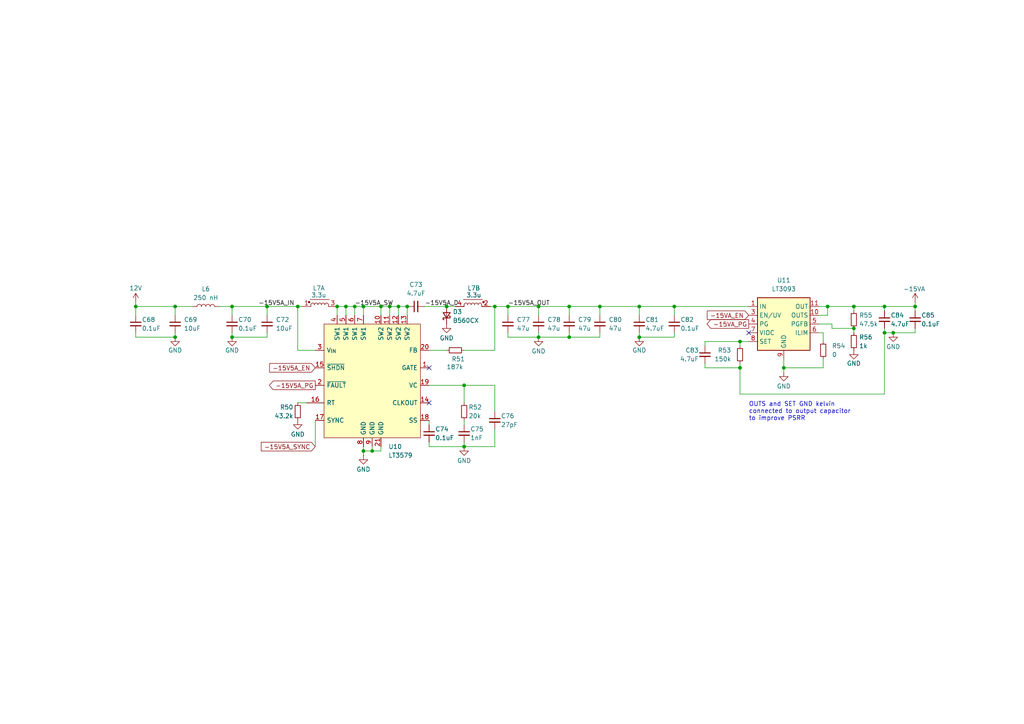
<source format=kicad_sch>
(kicad_sch (version 20250114) (generator "eeschema") (generator_version "9.0")
  (paper "A4")
  (lib_symbols
    (symbol "Device:C_Small" (pin_numbers (hide yes)) (pin_names (offset 0.254) (hide yes))
      (property "Reference" "C" (at 0.254 1.778 0))
      (property "Value" "C_Small" (at 0.254 -2.032 0))
      (symbol "C_Small_0_1"
        (polyline (pts (xy -1.524 0.508) (xy 1.524 0.508)) (stroke (width 0.3048)))
        (polyline (pts (xy -1.524 -0.508) (xy 1.524 -0.508)) (stroke (width 0.3302)))
      )
      (symbol "C_Small_1_1"
        (pin passive line (at 0 2.54 270) (length 2.032) (name "~") (number "1"))
        (pin passive line (at 0 -2.54 90) (length 2.032) (name "~") (number "2"))
      )
    )
    (symbol "Device:D_Schottky_Small" (pin_numbers (hide yes)) (pin_names (offset 0.254) (hide yes))
      (property "Reference" "D" (at -1.27 2.032 0))
      (property "Value" "D_Schottky_Small" (at -7.112 -2.032 0))
      (symbol "D_Schottky_Small_0_1"
        (polyline (pts (xy -1.27 0.762) (xy -1.27 1.016) (xy -0.762 1.016) (xy -0.762 -1.016) (xy -0.254 -1.016) (xy -0.254 -0.762)) (stroke (width 0.254)))
        (polyline (pts (xy -0.762 0) (xy 0.762 0)))
        (polyline (pts (xy 0.762 -1.016) (xy -0.762 0) (xy 0.762 1.016) (xy 0.762 -1.016)) (stroke (width 0.254)))
      )
      (symbol "D_Schottky_Small_1_1"
        (pin passive line (at -2.54 0 0) (length 1.778) (name "K") (number "1"))
        (pin passive line (at 2.54 0 180) (length 1.778) (name "A") (number "2"))
      )
    )
    (symbol "Device:L" (pin_numbers (hide yes)) (pin_names (offset 1.016) (hide yes))
      (property "Reference" "L" (at -1.27 0 90))
      (property "Value" "L" (at 1.905 0 90))
      (symbol "L_0_1"
        (arc (start 0 2.54) (mid 0.6323 1.905) (end 0 1.27))
        (arc (start 0 1.27) (mid 0.6323 0.635) (end 0 0))
        (arc (start 0 0) (mid 0.6323 -0.635) (end 0 -1.27))
        (arc (start 0 -1.27) (mid 0.6323 -1.905) (end 0 -2.54))
      )
      (symbol "L_1_1"
        (pin passive line (at 0 3.81 270) (length 1.27) (name "1") (number "1"))
        (pin passive line (at 0 -3.81 90) (length 1.27) (name "2") (number "2"))
      )
    )
    (symbol "Device:R_Small" (pin_numbers (hide yes)) (pin_names (offset 0.254) (hide yes))
      (property "Reference" "R" (at 0.762 0.508 0))
      (property "Value" "R_Small" (at 0.762 -1.016 0))
      (symbol "R_Small_0_1"
        (rectangle (start -0.762 1.778) (end 0.762 -1.778) (stroke (width 0.2032)))
      )
      (symbol "R_Small_1_1"
        (pin passive line (at 0 2.54 270) (length 0.762) (name "~") (number "1"))
        (pin passive line (at 0 -2.54 90) (length 0.762) (name "~") (number "2"))
      )
    )
    (symbol "Regulator_Linear:LT3093xMSE"
      (property "Reference" "U" (at -6.35 8.89 0))
      (property "Value" "LT3093xMSE" (at 1.27 8.89 0))
      (symbol "LT3093xMSE_0_0"
        (pin passive line (at -10.16 5.08 0) (length 2.54) (hide yes) (name "IN") (number "13"))
        (pin passive line (at 10.16 5.08 180) (length 2.54) (hide yes) (name "OUT") (number "12"))
      )
      (symbol "LT3093xMSE_0_1"
        (rectangle (start 7.62 7.62) (end -7.62 -7.62) (stroke (width 0.254)) (fill (type background)))
      )
      (symbol "LT3093xMSE_1_1"
        (pin power_in line (at -10.16 5.08 0) (length 2.54) (name "IN") (number "1"))
        (pin passive line (at -10.16 5.08 0) (length 2.54) (hide yes) (name "IN") (number "2"))
        (pin input line (at -10.16 2.54 0) (length 2.54) (name "EN/UV") (number "3"))
        (pin open_collector line (at -10.16 0 0) (length 2.54) (name "PG") (number "4"))
        (pin passive line (at -10.16 -2.54 0) (length 2.54) (name "VIOC") (number "7"))
        (pin passive line (at -10.16 -5.08 0) (length 2.54) (name "SET") (number "8"))
        (pin power_in line (at 0 -10.16 90) (length 2.54) (name "GND") (number "9"))
        (pin power_out line (at 10.16 5.08 180) (length 2.54) (name "OUT") (number "11"))
        (pin input line (at 10.16 2.54 180) (length 2.54) (name "OUTS") (number "10"))
        (pin input line (at 10.16 0 180) (length 2.54) (name "PGFB") (number "5"))
        (pin passive line (at 10.16 -2.54 180) (length 2.54) (name "ILIM") (number "6"))
      )
    )
    (symbol "lib:DRQ" (pin_names (hide yes))
      (property "Reference" "L?" (at -0.254 5.08 0))
      (symbol "DRQ_1_1"
        (circle (center -3.048 0) (radius 0.254) (fill (type outline)))
        (polyline (pts (xy -2.794 0.762) (xy 2.794 0.762)))
        (polyline (pts (xy -2.54 -0.762) (xy -2.54 -1.27)))
        (arc (start -2.54 -0.762) (mid -2.032 -0.2562) (end -1.524 -0.762))
        (arc (start -1.524 -0.762) (mid -1.016 -0.2562) (end -0.508 -0.762))
        (arc (start -0.508 -0.762) (mid 0 -0.2562) (end 0.508 -0.762))
        (arc (start 0.508 -0.762) (mid 1.016 -0.2562) (end 1.524 -0.762))
        (arc (start 1.524 -0.762) (mid 2.032 -0.2562) (end 2.54 -0.762))
        (polyline (pts (xy 2.54 -0.762) (xy 2.54 -1.27)))
        (pin passive line (at -5.08 -1.27 0) (length 2.54) (name "1") (number "1"))
        (pin passive line (at 5.08 -1.27 180) (length 2.54) (name "3") (number "3"))
      )
      (symbol "DRQ_2_1"
        (circle (center -3.048 0) (radius 0.254) (fill (type outline)))
        (polyline (pts (xy -2.794 0.762) (xy 2.794 0.762)))
        (polyline (pts (xy -2.54 -0.762) (xy -2.54 -1.27)))
        (arc (start -2.54 -0.762) (mid -2.032 -0.2562) (end -1.524 -0.762))
        (arc (start -1.524 -0.762) (mid -1.016 -0.2562) (end -0.508 -0.762))
        (arc (start -0.508 -0.762) (mid 0 -0.2562) (end 0.508 -0.762))
        (arc (start 0.508 -0.762) (mid 1.016 -0.2562) (end 1.524 -0.762))
        (arc (start 1.524 -0.762) (mid 2.032 -0.2562) (end 2.54 -0.762))
        (polyline (pts (xy 2.54 -0.762) (xy 2.54 -1.27)))
        (pin passive line (at -5.08 -1.27 0) (length 2.54) (name "2") (number "2"))
        (pin passive line (at 5.08 -1.27 180) (length 2.54) (name "4") (number "4"))
      )
    )
    (symbol "lib:LT3579_QFN" (pin_names (offset 0.762))
      (property "Reference" "U?" (at 11.938 -20.066 0))
      (property "Value" "LT3579" (at 11.938 -22.606 0))
      (symbol "LT3579_QFN_1_0"
        (pin input line (at -19.05 -6.35 0) (length 5.08) (name "RT") (number "16"))
        (pin passive line (at -16.51 8.89 0) (length 2.54) (name "V_{IN}") (number "3"))
        (pin input line (at -16.51 3.81 0) (length 2.54) (name "~{SHDN}") (number "15"))
        (pin output line (at -16.51 -1.27 0) (length 2.54) (name "~{FAULT}") (number "2"))
        (pin input line (at -16.51 -11.43 0) (length 2.54) (name "SYNC") (number "17"))
        (pin output line (at -10.16 19.05 270) (length 2.54) (name "SW1") (number "4"))
        (pin output line (at -7.62 19.05 270) (length 2.54) (name "SW1") (number "5"))
        (pin output line (at -5.08 19.05 270) (length 2.54) (name "SW1") (number "6"))
        (pin output line (at -2.54 19.05 270) (length 2.54) (name "SW1") (number "7"))
        (pin power_in line (at -2.54 -19.05 90) (length 2.54) (name "GND") (number "8"))
        (pin power_in line (at 0 -19.05 90) (length 2.54) (name "GND") (number "9"))
        (pin output line (at 2.54 19.05 270) (length 2.54) (name "SW2") (number "10"))
        (pin power_in line (at 2.54 -19.05 90) (length 2.54) (name "GND") (number "21"))
        (pin output line (at 5.08 19.05 270) (length 2.54) (name "SW2") (number "11"))
        (pin output line (at 7.62 19.05 270) (length 2.54) (name "SW2") (number "12"))
        (pin output line (at 10.16 19.05 270) (length 2.54) (name "SW2") (number "13"))
        (pin input line (at 16.51 8.89 180) (length 2.54) (name "FB") (number "20"))
        (pin output line (at 16.51 3.81 180) (length 2.54) (name "GATE") (number "1"))
        (pin input line (at 16.51 -1.27 180) (length 2.54) (name "VC") (number "19"))
        (pin output line (at 16.51 -6.35 180) (length 2.54) (name "CLKOUT") (number "14"))
        (pin input line (at 16.51 -11.43 180) (length 2.54) (name "SS") (number "18"))
      )
      (symbol "LT3579_QFN_1_1"
        (rectangle (start -13.97 16.51) (end 13.97 -16.51) (fill (type background)))
      )
    )
    (symbol "power:+12V" (power) (pin_numbers (hide yes)) (pin_names (offset 0) (hide yes))
      (property "Value" "+12V" (at 0 3.556 0))
      (symbol "+12V_0_1"
        (polyline (pts (xy -0.762 1.27) (xy 0 2.54)))
        (polyline (pts (xy 0 2.54) (xy 0.762 1.27)))
        (polyline (pts (xy 0 0) (xy 0 2.54)))
      )
      (symbol "+12V_1_1"
        (pin power_in line (at 0 0 90) (length 0) (name "~") (number "1"))
      )
    )
    (symbol "power:GND" (power) (pin_numbers (hide yes)) (pin_names (offset 0) (hide yes))
      (property "Value" "GND" (at 0 -3.81 0))
      (symbol "GND_0_1"
        (polyline (pts (xy 0 0) (xy 0 -1.27) (xy 1.27 -1.27) (xy 0 -2.54) (xy -1.27 -1.27) (xy 0 -1.27)))
      )
      (symbol "GND_1_1"
        (pin power_in line (at 0 0 270) (length 0) (name "~") (number "1"))
      )
    )
  )
  (text "OUTS and SET GND kelvin \nconnected to output capacitor\nto improve PSRR" (at 217.17 119.38 0) (effects (font (size 1.27 1.27)) (justify left)))
  (junction (at 147.32 88.9))
  (junction (at 247.65 95.25))
  (junction (at 214.63 99.06))
  (junction (at 240.03 88.9))
  (junction (at 113.03 88.9))
  (junction (at 97.79 88.9))
  (junction (at 165.1 88.9))
  (junction (at 214.63 106.68))
  (junction (at 86.36 88.9))
  (junction (at 185.42 88.9))
  (junction (at 77.47 88.9))
  (junction (at 195.58 88.9))
  (junction (at 185.42 97.79))
  (junction (at 110.49 88.9))
  (junction (at 105.41 88.9))
  (junction (at 143.51 88.9))
  (junction (at 259.08 96.52))
  (junction (at 247.65 88.9))
  (junction (at 50.8 88.9))
  (junction (at 134.62 111.76))
  (junction (at 156.21 97.79))
  (junction (at 100.33 88.9))
  (junction (at 67.31 97.79))
  (junction (at 107.95 130.81))
  (junction (at 39.37 88.9))
  (junction (at 102.87 88.9))
  (junction (at 67.31 88.9))
  (junction (at 129.54 88.9))
  (junction (at 165.1 97.79))
  (junction (at 50.8 97.79))
  (junction (at 118.11 88.9))
  (junction (at 265.43 88.9))
  (junction (at 227.33 106.68))
  (junction (at 156.21 88.9))
  (junction (at 105.41 130.81))
  (junction (at 134.62 129.54))
  (junction (at 256.54 88.9))
  (junction (at 256.54 96.52))
  (junction (at 173.99 88.9))
  (junction (at 115.57 88.9))
  (no_connect (at 124.46 116.84))
  (no_connect (at 217.17 96.52))
  (no_connect (at 124.46 106.68))
  (wire (pts (xy 39.37 97.79) (xy 50.8 97.79)))
  (wire (pts (xy 129.54 88.9) (xy 132.08 88.9)))
  (wire (pts (xy 265.43 96.52) (xy 265.43 95.25)))
  (wire (pts (xy 147.32 88.9) (xy 156.21 88.9)))
  (wire (pts (xy 204.47 99.06) (xy 204.47 100.33)))
  (wire (pts (xy 97.79 88.9) (xy 97.79 91.44)))
  (wire (pts (xy 105.41 88.9) (xy 110.49 88.9)))
  (wire (pts (xy 214.63 114.3) (xy 256.54 114.3)))
  (wire (pts (xy 123.19 88.9) (xy 129.54 88.9)))
  (wire (pts (xy 238.76 96.52) (xy 237.49 96.52)))
  (wire (pts (xy 110.49 88.9) (xy 113.03 88.9)))
  (wire (pts (xy 134.62 116.84) (xy 134.62 111.76)))
  (wire (pts (xy 185.42 97.79) (xy 195.58 97.79)))
  (wire (pts (xy 143.51 88.9) (xy 147.32 88.9)))
  (wire (pts (xy 134.62 129.54) (xy 143.51 129.54)))
  (wire (pts (xy 39.37 96.52) (xy 39.37 97.79)))
  (wire (pts (xy 256.54 96.52) (xy 256.54 95.25)))
  (wire (pts (xy 227.33 104.14) (xy 227.33 106.68)))
  (wire (pts (xy 165.1 88.9) (xy 173.99 88.9)))
  (wire (pts (xy 77.47 91.44) (xy 77.47 88.9)))
  (wire (pts (xy 256.54 114.3) (xy 256.54 96.52)))
  (wire (pts (xy 265.43 90.17) (xy 265.43 88.9)))
  (wire (pts (xy 204.47 106.68) (xy 214.63 106.68)))
  (wire (pts (xy 110.49 88.9) (xy 110.49 91.44)))
  (wire (pts (xy 238.76 104.14) (xy 238.76 106.68)))
  (wire (pts (xy 256.54 88.9) (xy 256.54 90.17)))
  (wire (pts (xy 77.47 96.52) (xy 77.47 97.79)))
  (wire (pts (xy 165.1 97.79) (xy 173.99 97.79)))
  (wire (pts (xy 86.36 88.9) (xy 87.63 88.9)))
  (wire (pts (xy 240.03 88.9) (xy 240.03 91.44)))
  (wire (pts (xy 204.47 106.68) (xy 204.47 105.41)))
  (wire (pts (xy 247.65 96.52) (xy 247.65 95.25)))
  (wire (pts (xy 259.08 96.52) (xy 265.43 96.52)))
  (wire (pts (xy 91.44 129.54) (xy 91.44 121.92)))
  (wire (pts (xy 134.62 128.27) (xy 134.62 129.54)))
  (wire (pts (xy 165.1 88.9) (xy 156.21 88.9)))
  (wire (pts (xy 110.49 129.54) (xy 110.49 130.81)))
  (wire (pts (xy 143.51 88.9) (xy 142.24 88.9)))
  (wire (pts (xy 67.31 88.9) (xy 77.47 88.9)))
  (wire (pts (xy 185.42 88.9) (xy 195.58 88.9)))
  (wire (pts (xy 185.42 88.9) (xy 185.42 91.44)))
  (wire (pts (xy 147.32 88.9) (xy 147.32 91.44)))
  (wire (pts (xy 39.37 87.63) (xy 39.37 88.9)))
  (wire (pts (xy 67.31 88.9) (xy 67.31 91.44)))
  (wire (pts (xy 102.87 88.9) (xy 105.41 88.9)))
  (wire (pts (xy 124.46 123.19) (xy 124.46 121.92)))
  (wire (pts (xy 147.32 97.79) (xy 156.21 97.79)))
  (wire (pts (xy 63.5 88.9) (xy 67.31 88.9)))
  (wire (pts (xy 195.58 96.52) (xy 195.58 97.79)))
  (wire (pts (xy 237.49 91.44) (xy 240.03 91.44)))
  (wire (pts (xy 105.41 91.44) (xy 105.41 88.9)))
  (wire (pts (xy 214.63 105.41) (xy 214.63 106.68)))
  (wire (pts (xy 134.62 101.6) (xy 143.51 101.6)))
  (wire (pts (xy 256.54 88.9) (xy 265.43 88.9)))
  (wire (pts (xy 105.41 130.81) (xy 107.95 130.81)))
  (wire (pts (xy 165.1 88.9) (xy 165.1 91.44)))
  (wire (pts (xy 50.8 88.9) (xy 55.88 88.9)))
  (wire (pts (xy 204.47 99.06) (xy 214.63 99.06)))
  (wire (pts (xy 237.49 93.98) (xy 241.3 93.98)))
  (wire (pts (xy 256.54 96.52) (xy 259.08 96.52)))
  (wire (pts (xy 227.33 107.95) (xy 227.33 106.68)))
  (wire (pts (xy 50.8 88.9) (xy 50.8 91.44)))
  (wire (pts (xy 134.62 123.19) (xy 134.62 121.92)))
  (wire (pts (xy 214.63 106.68) (xy 214.63 114.3)))
  (wire (pts (xy 124.46 101.6) (xy 129.54 101.6)))
  (wire (pts (xy 173.99 96.52) (xy 173.99 97.79)))
  (wire (pts (xy 185.42 97.79) (xy 185.42 96.52)))
  (wire (pts (xy 240.03 88.9) (xy 247.65 88.9)))
  (wire (pts (xy 214.63 99.06) (xy 214.63 100.33)))
  (wire (pts (xy 156.21 96.52) (xy 156.21 97.79)))
  (wire (pts (xy 39.37 91.44) (xy 39.37 88.9)))
  (wire (pts (xy 77.47 88.9) (xy 86.36 88.9)))
  (wire (pts (xy 247.65 88.9) (xy 256.54 88.9)))
  (wire (pts (xy 195.58 91.44) (xy 195.58 88.9)))
  (wire (pts (xy 134.62 111.76) (xy 124.46 111.76)))
  (wire (pts (xy 67.31 96.52) (xy 67.31 97.79)))
  (wire (pts (xy 143.51 124.46) (xy 143.51 129.54)))
  (wire (pts (xy 86.36 101.6) (xy 91.44 101.6)))
  (wire (pts (xy 118.11 88.9) (xy 118.11 91.44)))
  (wire (pts (xy 147.32 96.52) (xy 147.32 97.79)))
  (wire (pts (xy 115.57 88.9) (xy 118.11 88.9)))
  (wire (pts (xy 39.37 88.9) (xy 50.8 88.9)))
  (wire (pts (xy 105.41 132.08) (xy 105.41 130.81)))
  (wire (pts (xy 107.95 130.81) (xy 110.49 130.81)))
  (wire (pts (xy 156.21 97.79) (xy 165.1 97.79)))
  (wire (pts (xy 100.33 88.9) (xy 97.79 88.9)))
  (wire (pts (xy 143.51 119.38) (xy 143.51 111.76)))
  (wire (pts (xy 195.58 88.9) (xy 217.17 88.9)))
  (wire (pts (xy 173.99 88.9) (xy 185.42 88.9)))
  (wire (pts (xy 86.36 88.9) (xy 86.36 101.6)))
  (wire (pts (xy 241.3 95.25) (xy 247.65 95.25)))
  (wire (pts (xy 102.87 88.9) (xy 100.33 88.9)))
  (wire (pts (xy 156.21 88.9) (xy 156.21 91.44)))
  (wire (pts (xy 113.03 88.9) (xy 115.57 88.9)))
  (wire (pts (xy 237.49 88.9) (xy 240.03 88.9)))
  (wire (pts (xy 124.46 129.54) (xy 134.62 129.54)))
  (wire (pts (xy 124.46 129.54) (xy 124.46 128.27)))
  (wire (pts (xy 113.03 88.9) (xy 113.03 91.44)))
  (wire (pts (xy 67.31 97.79) (xy 77.47 97.79)))
  (wire (pts (xy 105.41 130.81) (xy 105.41 129.54)))
  (wire (pts (xy 143.51 101.6) (xy 143.51 88.9)))
  (wire (pts (xy 173.99 88.9) (xy 173.99 91.44)))
  (wire (pts (xy 100.33 88.9) (xy 100.33 91.44)))
  (wire (pts (xy 134.62 111.76) (xy 143.51 111.76)))
  (wire (pts (xy 107.95 129.54) (xy 107.95 130.81)))
  (wire (pts (xy 102.87 88.9) (xy 102.87 91.44)))
  (wire (pts (xy 247.65 90.17) (xy 247.65 88.9)))
  (wire (pts (xy 86.36 116.84) (xy 88.9 116.84)))
  (wire (pts (xy 265.43 87.63) (xy 265.43 88.9)))
  (wire (pts (xy 165.1 97.79) (xy 165.1 96.52)))
  (wire (pts (xy 241.3 93.98) (xy 241.3 95.25)))
  (wire (pts (xy 238.76 99.06) (xy 238.76 96.52)))
  (wire (pts (xy 227.33 106.68) (xy 238.76 106.68)))
  (wire (pts (xy 214.63 99.06) (xy 217.17 99.06)))
  (wire (pts (xy 50.8 96.52) (xy 50.8 97.79)))
  (wire (pts (xy 115.57 88.9) (xy 115.57 91.44)))
  (label "-15V5A_IN" (at 74.93 88.9 0))
  (label "-15V5A_SW" (at 102.87 88.9 0))
  (label "-15V5A_OUT" (at 147.32 88.9 0))
  (label "-15V5A_D" (at 123.19 88.9 0))
  (global_label "-15V5A_PG" (shape output) (at 91.44 111.76 180) (property "Intersheetrefs" "${INTERSHEET_REFS}" (effects (hide yes))))
  (global_label "-15V5A_EN" (shape input) (at 91.44 106.68 180) (property "Intersheetrefs" "${INTERSHEET_REFS}" (effects (hide yes))))
  (global_label "-15VA_PG" (shape output) (at 217.17 93.98 180) (property "Intersheetrefs" "${INTERSHEET_REFS}" (effects (hide yes))))
  (global_label "-15V5A_SYNC" (shape input) (at 91.44 129.54 180) (property "Intersheetrefs" "${INTERSHEET_REFS}" (effects (hide yes))))
  (global_label "-15VA_EN" (shape input) (at 217.17 91.44 180) (property "Intersheetrefs" "${INTERSHEET_REFS}" (effects (hide yes))))
  (symbol (lib_id "power:GND") (at 185.42 97.79 0) (unit 1)
    (property "Reference" "#PWR0103" (effects (hide yes)))
    (property "Value" "GND" (at 185.42 101.6 0))
    (property "Description" "Power symbol creates a global label with name \"GND\" , ground" (effects (hide yes)))
  )
  (symbol (lib_id "power:GND") (at 156.21 97.79 0) (unit 1)
    (property "Reference" "#PWR0102" (effects (hide yes)))
    (property "Value" "GND" (at 156.21 101.854 0))
    (property "Description" "Power symbol creates a global label with name \"GND\" , ground" (effects (hide yes)))
  )
  (symbol (lib_id "Device:C_Small") (at 265.43 92.71 0) (unit 1)
    (property "Reference" "C85" (at 267.208 91.44 0) (effects (justify left)))
    (property "Value" "0.1uF" (at 267.208 93.98 0) (effects (justify left)))
    (property "Footprint" "Capacitor_SMD:C_0603_1608Metric" (effects (hide yes)))
    (property "Description" "0.1 µF ±10% 100V Ceramic Capacitor X7R 0603 (1608 Metric)" (effects (hide yes)))
    (property "M" "TAIYO" (effects (hide yes)))
    (property "MPN" "HMK107B7104KAHT" (effects (hide yes)))
  )
  (symbol (lib_id "power:+12V") (at 39.37 87.63 0) (unit 1)
    (property "Reference" "#PWR096" (effects (hide yes)))
    (property "Value" "12V" (at 39.37 83.566 0))
    (property "Description" "Power symbol creates a global label with name \"+12V\"" (effects (hide yes)))
  )
  (symbol (lib_id "lib:LT3579_QFN") (at 107.95 110.49 0) (unit 1)
    (property "Reference" "U10" (at 112.6333 129.54 0) (effects (justify left)))
    (property "Value" "LT3579" (at 112.6333 132.08 0) (effects (justify left)))
    (property "Footprint" "lib:LT3579-QFN" (effects (hide yes)))
    (property "Description" "Boost, Charge Pump, Cuk, Flyback, SEPIC Switching Regulator IC Positive or Negative Adjustable 1.215V 1 Output 6A (Switch) 20-WFQFN Exposed Pad" (effects (hide yes)))
    (property "M" "ANALOG" (effects (hide yes)))
    (property "MPN" "LT3579EUFD#PBF" (effects (hide yes)))
  )
  (symbol (lib_id "Device:C_Small") (at 185.42 93.98 0) (unit 1)
    (property "Reference" "C81" (at 187.198 92.71 0) (effects (justify left)))
    (property "Value" "4.7uF" (at 187.198 95.25 0) (effects (justify left)))
    (property "Footprint" "Capacitor_SMD:C_1206_3216Metric" (effects (hide yes)))
    (property "Description" "4.7 µF ±10% 100V Ceramic Capacitor X7R 1206 (3216 Metric)" (effects (hide yes)))
    (property "M" "MURATA" (effects (hide yes)))
    (property "MPN" "GRM31CZ72A475KE11L" (effects (hide yes)))
  )
  (symbol (lib_id "Device:C_Small") (at 195.58 93.98 0) (unit 1)
    (property "Reference" "C82" (at 197.358 92.71 0) (effects (justify left)))
    (property "Value" "0.1uF" (at 197.358 95.25 0) (effects (justify left)))
    (property "Footprint" "Capacitor_SMD:C_0402_1005Metric" (effects (hide yes)))
    (property "Description" "0.1 µF ±10% 50V Ceramic Capacitor X7R 0402 (1005 Metric)" (effects (hide yes)))
    (property "M" "MURATA" (effects (hide yes)))
    (property "MPN" "GCM155R71H104KE02J" (effects (hide yes)))
  )
  (symbol (lib_id "Device:R_Small") (at 214.63 102.87 0) (mirror y) (unit 1)
    (property "Reference" "R53" (at 212.09 101.5999 0) (effects (justify left)))
    (property "Value" "150k" (at 212.09 104.1399 0) (effects (justify left)))
    (property "Footprint" "Resistor_SMD:R_0603_1608Metric" (effects (hide yes)))
    (property "Description" "150 kOhms ±0.1% 0.21W Chip Resistor 0603 (1608 Metric) Anti-Sulfur, Automotive AEC-Q200, Moisture Resistant Thin Film" (effects (hide yes)))
    (property "M" "VISHAY" (effects (hide yes)))
    (property "MPN" "TNPW0603150KBEEA" (effects (hide yes)))
  )
  (symbol (lib_id "power:GND") (at 247.65 101.6 0) (unit 1)
    (property "Reference" "#PWR0105" (effects (hide yes)))
    (property "Value" "GND" (at 247.65 105.41 0))
    (property "Description" "Power symbol creates a global label with name \"GND\" , ground" (effects (hide yes)))
  )
  (symbol (lib_id "Device:R_Small") (at 132.08 101.6 90) (mirror x) (unit 1)
    (property "Reference" "R51" (at 134.874 104.14 90) (effects (justify left)))
    (property "Value" "187k" (at 134.366 106.426 90) (effects (justify left)))
    (property "Footprint" "Resistor_SMD:R_0603_1608Metric" (effects (hide yes)))
    (property "Description" "187 kOhms ±1% 0.1W, 1/10W Chip Resistor 0603 (1608 Metric) Automotive AEC-Q200 Thick Film" (effects (hide yes)))
    (property "M" "VISHAY" (effects (hide yes)))
    (property "MPN" "CRCW0603187KFKEA" (effects (hide yes)))
  )
  (symbol (lib_id "Device:L") (at 59.69 88.9 90) (unit 1)
    (property "Reference" "L6" (at 59.69 83.82 90))
    (property "Value" "250 nH" (at 59.69 86.36 90))
    (property "Footprint" "Inductor_SMD:L_1210_3225Metric" (effects (hide yes)))
    (property "Description" "250 nH Unshielded Molded Inductor 9.35 A 31mOhm Max 1210 (3225 Metric)" (effects (hide yes)))
    (property "M" "WURTH ELEKTRONIK" (effects (hide yes)))
    (property "MPN" "74479290125" (effects (hide yes)))
  )
  (symbol (lib_id "Device:R_Small") (at 247.65 99.06 0) (mirror y) (unit 1)
    (property "Reference" "R56" (at 249.174 97.79 0) (effects (justify right)))
    (property "Value" "1k" (at 249.174 100.33 0) (effects (justify right)))
    (property "Footprint" "Resistor_SMD:R_0603_1608Metric" (effects (hide yes)))
    (property "Description" "1 kOhms ±1% 0.1W, 1/10W Chip Resistor 0603 (1608 Metric) Automotive AEC-Q200 Thick Film" (effects (hide yes)))
    (property "M" "VISHAY" (effects (hide yes)))
    (property "MPN" "CRCW06031K00FKEA" (effects (hide yes)))
  )
  (symbol (lib_id "Device:C_Small") (at 39.37 93.98 0) (unit 1)
    (property "Reference" "C68" (at 41.148 92.71 0) (effects (justify left)))
    (property "Value" "0.1uF" (at 41.148 95.25 0) (effects (justify left)))
    (property "Footprint" "Capacitor_SMD:C_0402_1005Metric" (effects (hide yes)))
    (property "Description" "0.1 µF ±10% 50V Ceramic Capacitor X7R 0402 (1005 Metric)" (effects (hide yes)))
    (property "M" "MURATA" (effects (hide yes)))
    (property "MPN" "GCM155R71H104KE02J" (effects (hide yes)))
  )
  (symbol (lib_id "Device:C_Small") (at 134.62 125.73 0) (unit 1)
    (property "Reference" "C75" (at 136.398 124.46 0) (effects (justify left)))
    (property "Value" "1nF" (at 136.398 127 0) (effects (justify left)))
    (property "Footprint" "Capacitor_SMD:C_0603_1608Metric" (effects (hide yes)))
    (property "Description" "1000 pF ±5% 100V Ceramic Capacitor C0G, NP0 0603 (1608 Metric)" (effects (hide yes)))
    (property "M" "MURATA" (effects (hide yes)))
    (property "MPN" "GCM1885C2A102JA16D" (effects (hide yes)))
  )
  (symbol (lib_id "Device:R_Small") (at 238.76 101.6 0) (unit 1)
    (property "Reference" "R54" (at 241.3 100.3299 0) (effects (justify left)))
    (property "Value" "0" (at 241.3 102.8699 0) (effects (justify left)))
    (property "Footprint" "Resistor_SMD:R_0603_1608Metric" (effects (hide yes)))
    (property "Description" "0 Ohms Jumper Chip Resistor 0603 (1608 Metric) Automotive AEC-Q200 Thick Film" (effects (hide yes)))
    (property "M" "VISHAY" (effects (hide yes)))
    (property "MPN" "CRCW06030000Z0EA" (effects (hide yes)))
  )
  (symbol (lib_id "Device:C_Small") (at 124.46 125.73 0) (unit 1)
    (property "Reference" "C74" (at 126.238 124.46 0) (effects (justify left)))
    (property "Value" "0.1uF" (at 126.238 127 0) (effects (justify left)))
    (property "Footprint" "Capacitor_SMD:C_0402_1005Metric" (effects (hide yes)))
    (property "Description" "0.1 µF ±10% 50V Ceramic Capacitor X7R 0402 (1005 Metric)" (effects (hide yes)))
    (property "M" "MURATA" (effects (hide yes)))
    (property "MPN" "GCM155R71H104KE02J" (effects (hide yes)))
  )
  (symbol (lib_id "power:GND") (at 129.54 93.98 0) (unit 1)
    (property "Reference" "#PWR0101" (effects (hide yes)))
    (property "Value" "GND" (at 129.54 98.044 0))
    (property "Description" "Power symbol creates a global label with name \"GND\" , ground" (effects (hide yes)))
  )
  (symbol (lib_id "Device:C_Small") (at 256.54 92.71 0) (unit 1)
    (property "Reference" "C84" (at 258.318 91.44 0) (effects (justify left)))
    (property "Value" "4.7uF" (at 258.318 93.98 0) (effects (justify left)))
    (property "Footprint" "Capacitor_SMD:C_1206_3216Metric" (effects (hide yes)))
    (property "Description" "4.7 µF ±10% 100V Ceramic Capacitor X7R 1206 (3216 Metric)" (effects (hide yes)))
    (property "M" "MURATA" (effects (hide yes)))
    (property "MPN" "GRM31CZ72A475KE11L" (effects (hide yes)))
  )
  (symbol (lib_id "lib:DRQ") (at 92.71 87.63 0) (unit 1)
    (property "Reference" "L7" (at 92.456 83.566 0))
    (property "Value" "3.3u" (at 92.456 85.598 0))
    (property "Footprint" "lib:DRQ125" (effects (hide yes)))
    (property "Description" "Shielded 2 Coil Inductor Array 12.34 µH Inductance - Connected in Series 3.084 µH Inductance - Connected in Parallel 6.3mOhm DC Resistance (DCR) - Parallel 9.26 A Nonstandard" (effects (hide yes)))
    (property "M" "EATON" (effects (hide yes)))
    (property "MPN" "DRQ125-3R3-R" (effects (hide yes)))
  )
  (symbol (lib_id "power:GND") (at 227.33 107.95 0) (unit 1)
    (property "Reference" "#PWR0104" (effects (hide yes)))
    (property "Value" "GND" (at 227.33 112.014 0))
    (property "Description" "Power symbol creates a global label with name \"GND\" , ground" (effects (hide yes)))
  )
  (symbol (lib_id "Device:R_Small") (at 86.36 119.38 0) (mirror y) (unit 1)
    (property "Reference" "R50" (at 85.09 118.11 0) (effects (justify left)))
    (property "Value" "43.2k" (at 85.09 120.65 0) (effects (justify left)))
    (property "Footprint" "Resistor_SMD:R_0603_1608Metric" (effects (hide yes)))
    (property "Description" "43.2 kOhms ±1% 0.1W, 1/10W Chip Resistor 0603 (1608 Metric) Automotive AEC-Q200 Thick Film" (effects (hide yes)))
    (property "M" "VISHAY" (effects (hide yes)))
    (property "MPN" "CRCW060343K2FKEA" (effects (hide yes)))
  )
  (symbol (lib_id "Device:D_Schottky_Small") (at 129.54 91.44 90) (unit 1)
    (property "Reference" "D3" (at 131.318 90.424 90) (effects (justify right)))
    (property "Value" "B560CX" (at 131.318 92.964 90) (effects (justify right)))
    (property "Footprint" "Diode_SMD:D_SMC" (effects (hide yes)))
    (property "Description" "Diode 60 V 5A Surface Mount SMC" (effects (hide yes)))
    (property "M" "DIODES" (effects (hide yes)))
    (property "MPN" "B560CX-13" (effects (hide yes)))
  )
  (symbol (lib_id "Device:C_Small") (at 173.99 93.98 0) (unit 1)
    (property "Reference" "C80" (at 176.53 92.7162 0) (effects (justify left)))
    (property "Value" "47u" (at 176.53 95.2562 0) (effects (justify left)))
    (property "Footprint" "Capacitor_SMD:C_1210_3225Metric" (effects (hide yes)))
    (property "Description" "47 µF ±20% 25V Ceramic Capacitor X5R 1210 (3225 Metric)" (effects (hide yes)))
    (property "M" "TAIYO YUDEN" (effects (hide yes)))
    (property "MPN" "TMK325ABJ476MM-P" (effects (hide yes)))
  )
  (symbol (lib_id "Device:C_Small") (at 147.32 93.98 0) (unit 1)
    (property "Reference" "C77" (at 149.86 92.7162 0) (effects (justify left)))
    (property "Value" "47u" (at 149.86 95.2562 0) (effects (justify left)))
    (property "Footprint" "Capacitor_SMD:C_1210_3225Metric" (effects (hide yes)))
    (property "Description" "47 µF ±20% 25V Ceramic Capacitor X5R 1210 (3225 Metric)" (effects (hide yes)))
    (property "M" "TAIYO YUDEN" (effects (hide yes)))
    (property "MPN" "TMK325ABJ476MM-P" (effects (hide yes)))
  )
  (symbol (lib_id "Regulator_Linear:LT3093xMSE") (at 227.33 93.98 0) (unit 1)
    (property "Reference" "U11" (at 227.33 81.28 0))
    (property "Value" "LT3093" (at 227.33 83.82 0))
    (property "Footprint" "Package_SO:MSOP-12-1EP_3x4.039mm_P0.65mm_EP1.651x2.845mm" (effects (hide yes)))
    (property "Datasheet" "https://www.analog.com/media/en/technical-documentation/data-sheets/lt3093.pdf" (effects (hide yes)))
    (property "Description" "-200mA, Adjustable, Ultralow Noise, Ultrahigh PSRR RF Negative Linear Regulator, MSOP-12" (effects (hide yes)))
    (property "M" "ANALOG" (effects (hide yes)))
    (property "MPN" "LT3093EMSE#PBF" (effects (hide yes)))
  )
  (symbol (lib_id "Device:R_Small") (at 134.62 119.38 0) (unit 1)
    (property "Reference" "R52" (at 135.89 118.11 0) (effects (justify left)))
    (property "Value" "20k" (at 135.89 120.65 0) (effects (justify left)))
    (property "Footprint" "Resistor_SMD:R_0603_1608Metric" (effects (hide yes)))
    (property "Description" "20 kOhms ±1% 0.1W, 1/10W Chip Resistor 0603 (1608 Metric) Automotive AEC-Q200 Thick Film" (effects (hide yes)))
    (property "M" "VISHAY" (effects (hide yes)))
    (property "MPN" "CRCW060320K0FKEA" (effects (hide yes)))
  )
  (symbol (lib_id "Device:R_Small") (at 247.65 92.71 0) (mirror y) (unit 1)
    (property "Reference" "R55" (at 249.174 91.44 0) (effects (justify right)))
    (property "Value" "47.5k" (at 249.174 93.98 0) (effects (justify right)))
    (property "Footprint" "Resistor_SMD:R_0603_1608Metric" (effects (hide yes)))
    (property "Description" "47.5 kOhms ±1% 0.1W, 1/10W Chip Resistor 0603 (1608 Metric) Automotive AEC-Q200 Thick Film" (effects (hide yes)))
    (property "M" "VISHAY" (effects (hide yes)))
    (property "MPN" "CRCW060347K5FKEA" (effects (hide yes)))
  )
  (symbol (lib_id "Device:C_Small") (at 67.31 93.98 0) (unit 1)
    (property "Reference" "C70" (at 69.088 92.71 0) (effects (justify left)))
    (property "Value" "0.1uF" (at 69.088 95.25 0) (effects (justify left)))
    (property "Footprint" "Capacitor_SMD:C_0402_1005Metric" (effects (hide yes)))
    (property "Description" "0.1 µF ±10% 50V Ceramic Capacitor X7R 0402 (1005 Metric)" (effects (hide yes)))
    (property "M" "MURATA" (effects (hide yes)))
    (property "MPN" "GCM155R71H104KE02J" (effects (hide yes)))
  )
  (symbol (lib_id "power:GND") (at 50.8 97.79 0) (unit 1)
    (property "Reference" "#PWR097" (effects (hide yes)))
    (property "Value" "GND" (at 50.8 101.6 0))
    (property "Description" "Power symbol creates a global label with name \"GND\" , ground" (effects (hide yes)))
  )
  (symbol (lib_id "power:+12V") (at 265.43 87.63 0) (unit 1)
    (property "Reference" "#PWR0107" (effects (hide yes)))
    (property "Value" "-15VA" (at 265.176 83.82 0))
    (property "Description" "Power symbol creates a global label with name \"+12V\"" (effects (hide yes)))
  )
  (symbol (lib_id "Device:C_Small") (at 50.8 93.98 0) (unit 1)
    (property "Reference" "C69" (at 53.34 92.7162 0) (effects (justify left)))
    (property "Value" "10uF" (at 53.34 95.2562 0) (effects (justify left)))
    (property "Footprint" "Capacitor_SMD:C_1206_3216Metric" (effects (hide yes)))
    (property "Description" "10 µF ±10% 35V Ceramic Capacitor X7R 1206 (3216 Metric)" (effects (hide yes)))
    (property "M" "TAIYO" (effects (hide yes)))
    (property "MPN" "GMK316AB7106KL-TR" (effects (hide yes)))
  )
  (symbol (lib_id "Device:C_Small") (at 204.47 102.87 0) (mirror y) (unit 1)
    (property "Reference" "C83" (at 202.692 101.6 0) (effects (justify left)))
    (property "Value" "4.7uF" (at 202.692 104.14 0) (effects (justify left)))
    (property "Footprint" "Capacitor_SMD:C_1206_3216Metric" (effects (hide yes)))
    (property "Description" "4.7 µF ±10% 100V Ceramic Capacitor X7R 1206 (3216 Metric)" (effects (hide yes)))
    (property "M" "MURATA" (effects (hide yes)))
    (property "MPN" "GRM31CZ72A475KE11L" (effects (hide yes)))
  )
  (symbol (lib_id "power:GND") (at 105.41 132.08 0) (unit 1)
    (property "Reference" "#PWR0100" (effects (hide yes)))
    (property "Value" "GND" (at 105.41 136.144 0))
    (property "Description" "Power symbol creates a global label with name \"GND\" , ground" (effects (hide yes)))
  )
  (symbol (lib_id "power:GND") (at 86.36 121.92 0) (unit 1)
    (property "Reference" "#PWR099" (effects (hide yes)))
    (property "Value" "GND" (at 86.36 125.984 0))
    (property "Description" "Power symbol creates a global label with name \"GND\" , ground" (effects (hide yes)))
  )
  (symbol (lib_id "power:GND") (at 259.08 96.52 0) (unit 1)
    (property "Reference" "#PWR0106" (effects (hide yes)))
    (property "Value" "GND" (at 259.08 100.584 0))
    (property "Description" "Power symbol creates a global label with name \"GND\" , ground" (effects (hide yes)))
  )
  (symbol (lib_id "Device:C_Small") (at 156.21 93.98 0) (unit 1)
    (property "Reference" "C78" (at 158.75 92.7162 0) (effects (justify left)))
    (property "Value" "47u" (at 158.75 95.2562 0) (effects (justify left)))
    (property "Footprint" "Capacitor_SMD:C_1210_3225Metric" (effects (hide yes)))
    (property "Description" "47 µF ±20% 25V Ceramic Capacitor X5R 1210 (3225 Metric)" (effects (hide yes)))
    (property "M" "TAIYO YUDEN" (effects (hide yes)))
    (property "MPN" "TMK325ABJ476MM-P" (effects (hide yes)))
  )
  (symbol (lib_id "power:GND") (at 67.31 97.79 0) (unit 1)
    (property "Reference" "#PWR098" (effects (hide yes)))
    (property "Value" "GND" (at 67.31 101.6 0))
    (property "Description" "Power symbol creates a global label with name \"GND\" , ground" (effects (hide yes)))
  )
  (symbol (lib_id "power:GND") (at 134.62 129.54 0) (unit 1)
    (property "Reference" "#PWR0241" (effects (hide yes)))
    (property "Value" "GND" (at 134.62 133.604 0))
    (property "Description" "Power symbol creates a global label with name \"GND\" , ground" (effects (hide yes)))
  )
  (symbol (lib_id "lib:DRQ") (at 137.16 87.63 0) (mirror y) (unit 2)
    (property "Reference" "L7" (at 137.414 83.566 0))
    (property "Value" "3.3u" (at 137.414 85.598 0))
    (property "Footprint" "lib:DRQ125" (effects (hide yes)))
    (property "Description" "Shielded 2 Coil Inductor Array 12.34 µH Inductance - Connected in Series 3.084 µH Inductance - Connected in Parallel 6.3mOhm DC Resistance (DCR) - Parallel 9.26 A Nonstandard" (effects (hide yes)))
    (property "M" "EATON" (effects (hide yes)))
    (property "MPN" "DRQ125-3R3-R" (effects (hide yes)))
  )
  (symbol (lib_id "Device:C_Small") (at 77.47 93.98 0) (unit 1)
    (property "Reference" "C72" (at 80.01 92.7162 0) (effects (justify left)))
    (property "Value" "10uF" (at 80.01 95.2562 0) (effects (justify left)))
    (property "Footprint" "Capacitor_SMD:C_1206_3216Metric" (effects (hide yes)))
    (property "Description" "10 µF ±10% 35V Ceramic Capacitor X7R 1206 (3216 Metric)" (effects (hide yes)))
    (property "M" "TAIYO" (effects (hide yes)))
    (property "MPN" "GMK316AB7106KL-TR" (effects (hide yes)))
  )
  (symbol (lib_id "Device:C_Small") (at 120.65 88.9 90) (unit 1)
    (property "Reference" "C73" (at 120.6563 82.55 90))
    (property "Value" "4.7uF" (at 120.6563 85.09 90))
    (property "Footprint" "Capacitor_SMD:C_1210_3225Metric" (effects (hide yes)))
    (property "Description" "4.7 µF ±10% 100V Ceramic Capacitor X7R 1210 (3225 Metric)" (effects (hide yes)))
    (property "M" "KYOCERA" (effects (hide yes)))
    (property "MPN" "12101C475K4Z2A" (effects (hide yes)))
  )
  (symbol (lib_id "Device:C_Small") (at 143.51 121.92 0) (unit 1)
    (property "Reference" "C76" (at 145.288 120.65 0) (effects (justify left)))
    (property "Value" "27pF" (at 145.288 123.19 0) (effects (justify left)))
    (property "Footprint" "Capacitor_SMD:C_0603_1608Metric" (effects (hide yes)))
    (property "Description" "27 pF ±5% 100V Ceramic Capacitor C0G, NP0 0603 (1608 Metric)" (effects (hide yes)))
    (property "M" "MURATA" (effects (hide yes)))
    (property "MPN" "GCM1885C2A270JA16D" (effects (hide yes)))
  )
  (symbol (lib_id "Device:C_Small") (at 165.1 93.98 0) (unit 1)
    (property "Reference" "C79" (at 167.64 92.7162 0) (effects (justify left)))
    (property "Value" "47u" (at 167.64 95.2562 0) (effects (justify left)))
    (property "Footprint" "Capacitor_SMD:C_1210_3225Metric" (effects (hide yes)))
    (property "Description" "47 µF ±20% 25V Ceramic Capacitor X5R 1210 (3225 Metric)" (effects (hide yes)))
    (property "M" "TAIYO YUDEN" (effects (hide yes)))
    (property "MPN" "TMK325ABJ476MM-P" (effects (hide yes)))
  )
)
</source>
